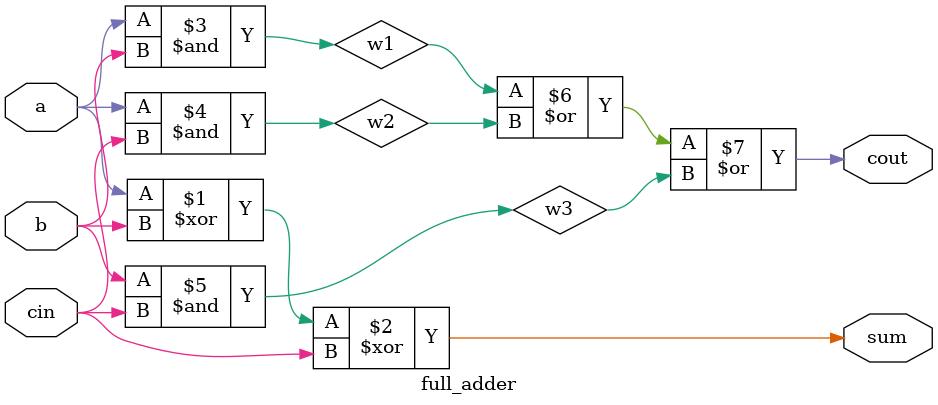
<source format=v>
module full_adder(sum, cout, a, b, cin);
    input a, b, cin;
    output sum, cout;
    wire w1, w2, w3;

    // syntax: gate instance_name(output, input_1, input_2...)
    xor Sresult(sum, a, b, cin);
    and A_and_B(w1, a, b);
    and A_and_C(w2, a, cin);
    and B_and_C(w3, b, cin);
    or Cout(cout, w1, w2, w3);

endmodule

// iverilog -o full_adder -s full_adder_tb .\full_adder.v .\full_adder_tb.v
// vvp .\full_adder
</source>
